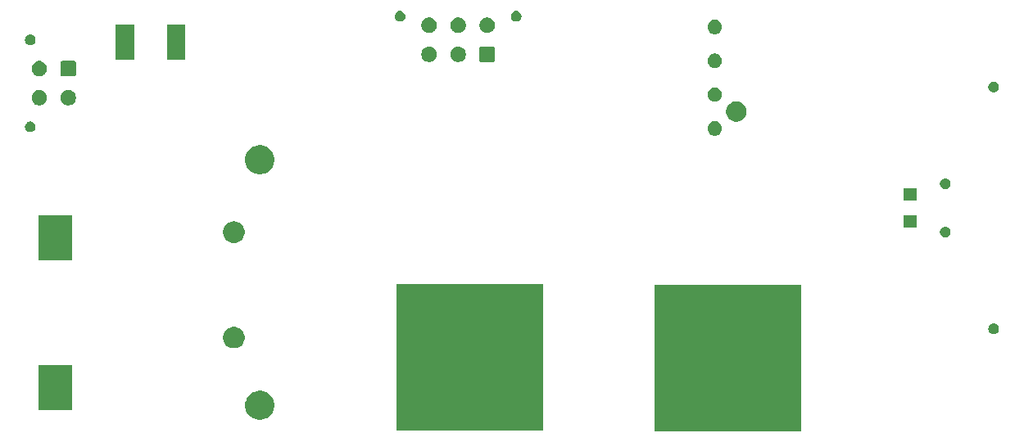
<source format=gts>
G04 #@! TF.GenerationSoftware,KiCad,Pcbnew,(5.1.4-0-10_14)*
G04 #@! TF.CreationDate,2020-02-02T19:36:24-05:00*
G04 #@! TF.ProjectId,AIR_MOUNT_PLUS,4149525f-4d4f-4554-9e54-5f504c55532e,rev?*
G04 #@! TF.SameCoordinates,Original*
G04 #@! TF.FileFunction,Soldermask,Top*
G04 #@! TF.FilePolarity,Negative*
%FSLAX46Y46*%
G04 Gerber Fmt 4.6, Leading zero omitted, Abs format (unit mm)*
G04 Created by KiCad (PCBNEW (5.1.4-0-10_14)) date 2020-02-02 19:36:24*
%MOMM*%
%LPD*%
G04 APERTURE LIST*
%ADD10C,0.100000*%
G04 APERTURE END LIST*
D10*
G36*
X119552300Y-121139800D02*
G01*
X104450300Y-121139800D01*
X104450300Y-106037800D01*
X119552300Y-106037800D01*
X119552300Y-121139800D01*
X119552300Y-121139800D01*
G37*
G36*
X92869600Y-121063600D02*
G01*
X77767600Y-121063600D01*
X77767600Y-105961600D01*
X92869600Y-105961600D01*
X92869600Y-121063600D01*
X92869600Y-121063600D01*
G37*
G36*
X63910131Y-117006141D02*
G01*
X64055126Y-117034982D01*
X64168274Y-117081850D01*
X64328289Y-117148130D01*
X64328290Y-117148131D01*
X64574132Y-117312397D01*
X64783203Y-117521468D01*
X64783204Y-117521470D01*
X64947470Y-117767311D01*
X65013750Y-117927326D01*
X65060618Y-118040474D01*
X65118300Y-118330464D01*
X65118300Y-118626136D01*
X65060618Y-118916126D01*
X65027440Y-118996224D01*
X64947470Y-119189289D01*
X64881350Y-119288245D01*
X64783203Y-119435132D01*
X64574132Y-119644203D01*
X64526562Y-119675988D01*
X64328289Y-119808470D01*
X64227886Y-119850058D01*
X64055126Y-119921618D01*
X63910131Y-119950459D01*
X63765137Y-119979300D01*
X63469463Y-119979300D01*
X63324469Y-119950459D01*
X63179474Y-119921618D01*
X63006714Y-119850058D01*
X62906311Y-119808470D01*
X62708038Y-119675988D01*
X62660468Y-119644203D01*
X62451397Y-119435132D01*
X62353250Y-119288245D01*
X62287130Y-119189289D01*
X62207160Y-118996224D01*
X62173982Y-118916126D01*
X62116300Y-118626136D01*
X62116300Y-118330464D01*
X62173982Y-118040474D01*
X62220850Y-117927326D01*
X62287130Y-117767311D01*
X62451396Y-117521470D01*
X62451397Y-117521468D01*
X62660468Y-117312397D01*
X62906310Y-117148131D01*
X62906311Y-117148130D01*
X63066326Y-117081850D01*
X63179474Y-117034982D01*
X63324469Y-117006141D01*
X63469463Y-116977300D01*
X63765137Y-116977300D01*
X63910131Y-117006141D01*
X63910131Y-117006141D01*
G37*
G36*
X44219800Y-118943800D02*
G01*
X40717800Y-118943800D01*
X40717800Y-114341800D01*
X44219800Y-114341800D01*
X44219800Y-118943800D01*
X44219800Y-118943800D01*
G37*
G36*
X61128272Y-110374532D02*
G01*
X61271367Y-110402995D01*
X61473556Y-110486744D01*
X61655521Y-110608330D01*
X61810270Y-110763079D01*
X61931856Y-110945044D01*
X62015605Y-111147233D01*
X62058300Y-111361876D01*
X62058300Y-111580724D01*
X62015605Y-111795367D01*
X61931856Y-111997556D01*
X61810270Y-112179521D01*
X61655521Y-112334270D01*
X61473556Y-112455856D01*
X61271367Y-112539605D01*
X61128272Y-112568068D01*
X61056725Y-112582300D01*
X60837875Y-112582300D01*
X60766328Y-112568068D01*
X60623233Y-112539605D01*
X60421044Y-112455856D01*
X60239079Y-112334270D01*
X60084330Y-112179521D01*
X59962744Y-111997556D01*
X59878995Y-111795367D01*
X59836300Y-111580724D01*
X59836300Y-111361876D01*
X59878995Y-111147233D01*
X59962744Y-110945044D01*
X60084330Y-110763079D01*
X60239079Y-110608330D01*
X60421044Y-110486744D01*
X60623233Y-110402995D01*
X60766328Y-110374532D01*
X60837875Y-110360300D01*
X61056725Y-110360300D01*
X61128272Y-110374532D01*
X61128272Y-110374532D01*
G37*
G36*
X139619421Y-110023674D02*
G01*
X139719695Y-110065209D01*
X139719696Y-110065210D01*
X139809942Y-110125510D01*
X139886690Y-110202258D01*
X139886691Y-110202260D01*
X139946991Y-110292505D01*
X139988526Y-110392779D01*
X140009700Y-110499230D01*
X140009700Y-110607770D01*
X139988526Y-110714221D01*
X139946991Y-110814495D01*
X139946990Y-110814496D01*
X139886690Y-110904742D01*
X139809942Y-110981490D01*
X139764512Y-111011845D01*
X139719695Y-111041791D01*
X139619421Y-111083326D01*
X139512970Y-111104500D01*
X139404430Y-111104500D01*
X139297979Y-111083326D01*
X139197705Y-111041791D01*
X139152888Y-111011845D01*
X139107458Y-110981490D01*
X139030710Y-110904742D01*
X138970410Y-110814496D01*
X138970409Y-110814495D01*
X138928874Y-110714221D01*
X138907700Y-110607770D01*
X138907700Y-110499230D01*
X138928874Y-110392779D01*
X138970409Y-110292505D01*
X139030709Y-110202260D01*
X139030710Y-110202258D01*
X139107458Y-110125510D01*
X139197704Y-110065210D01*
X139197705Y-110065209D01*
X139297979Y-110023674D01*
X139404430Y-110002500D01*
X139512970Y-110002500D01*
X139619421Y-110023674D01*
X139619421Y-110023674D01*
G37*
G36*
X44219800Y-103443800D02*
G01*
X40717800Y-103443800D01*
X40717800Y-98841800D01*
X44219800Y-98841800D01*
X44219800Y-103443800D01*
X44219800Y-103443800D01*
G37*
G36*
X61128272Y-99474532D02*
G01*
X61271367Y-99502995D01*
X61473556Y-99586744D01*
X61655521Y-99708330D01*
X61810270Y-99863079D01*
X61931856Y-100045044D01*
X62015605Y-100247233D01*
X62058300Y-100461876D01*
X62058300Y-100680724D01*
X62015605Y-100895367D01*
X61931856Y-101097556D01*
X61810270Y-101279521D01*
X61655521Y-101434270D01*
X61473556Y-101555856D01*
X61271367Y-101639605D01*
X61128272Y-101668068D01*
X61056725Y-101682300D01*
X60837875Y-101682300D01*
X60766328Y-101668068D01*
X60623233Y-101639605D01*
X60421044Y-101555856D01*
X60239079Y-101434270D01*
X60084330Y-101279521D01*
X59962744Y-101097556D01*
X59878995Y-100895367D01*
X59836300Y-100680724D01*
X59836300Y-100461876D01*
X59878995Y-100247233D01*
X59962744Y-100045044D01*
X60084330Y-99863079D01*
X60239079Y-99708330D01*
X60421044Y-99586744D01*
X60623233Y-99502995D01*
X60766328Y-99474532D01*
X60837875Y-99460300D01*
X61056725Y-99460300D01*
X61128272Y-99474532D01*
X61128272Y-99474532D01*
G37*
G36*
X134619421Y-100023674D02*
G01*
X134719695Y-100065209D01*
X134719696Y-100065210D01*
X134809942Y-100125510D01*
X134886690Y-100202258D01*
X134886691Y-100202260D01*
X134946991Y-100292505D01*
X134988526Y-100392779D01*
X135009700Y-100499230D01*
X135009700Y-100607770D01*
X134988526Y-100714221D01*
X134946991Y-100814495D01*
X134946990Y-100814496D01*
X134886690Y-100904742D01*
X134809942Y-100981490D01*
X134764512Y-101011845D01*
X134719695Y-101041791D01*
X134619421Y-101083326D01*
X134512970Y-101104500D01*
X134404430Y-101104500D01*
X134297979Y-101083326D01*
X134197705Y-101041791D01*
X134152888Y-101011845D01*
X134107458Y-100981490D01*
X134030710Y-100904742D01*
X133970410Y-100814496D01*
X133970409Y-100814495D01*
X133928874Y-100714221D01*
X133907700Y-100607770D01*
X133907700Y-100499230D01*
X133928874Y-100392779D01*
X133970409Y-100292505D01*
X134030709Y-100202260D01*
X134030710Y-100202258D01*
X134107458Y-100125510D01*
X134197704Y-100065210D01*
X134197705Y-100065209D01*
X134297979Y-100023674D01*
X134404430Y-100002500D01*
X134512970Y-100002500D01*
X134619421Y-100023674D01*
X134619421Y-100023674D01*
G37*
G36*
X131486400Y-100095000D02*
G01*
X130184400Y-100095000D01*
X130184400Y-98793000D01*
X131486400Y-98793000D01*
X131486400Y-100095000D01*
X131486400Y-100095000D01*
G37*
G36*
X131486400Y-97295000D02*
G01*
X130184400Y-97295000D01*
X130184400Y-95993000D01*
X131486400Y-95993000D01*
X131486400Y-97295000D01*
X131486400Y-97295000D01*
G37*
G36*
X134619421Y-95023674D02*
G01*
X134719695Y-95065209D01*
X134719696Y-95065210D01*
X134809942Y-95125510D01*
X134886690Y-95202258D01*
X134886691Y-95202260D01*
X134946991Y-95292505D01*
X134988526Y-95392779D01*
X135009700Y-95499230D01*
X135009700Y-95607770D01*
X134988526Y-95714221D01*
X134946991Y-95814495D01*
X134946990Y-95814496D01*
X134886690Y-95904742D01*
X134809942Y-95981490D01*
X134792716Y-95993000D01*
X134719695Y-96041791D01*
X134619421Y-96083326D01*
X134512970Y-96104500D01*
X134404430Y-96104500D01*
X134297979Y-96083326D01*
X134197705Y-96041791D01*
X134124684Y-95993000D01*
X134107458Y-95981490D01*
X134030710Y-95904742D01*
X133970410Y-95814496D01*
X133970409Y-95814495D01*
X133928874Y-95714221D01*
X133907700Y-95607770D01*
X133907700Y-95499230D01*
X133928874Y-95392779D01*
X133970409Y-95292505D01*
X134030709Y-95202260D01*
X134030710Y-95202258D01*
X134107458Y-95125510D01*
X134197704Y-95065210D01*
X134197705Y-95065209D01*
X134297979Y-95023674D01*
X134404430Y-95002500D01*
X134512970Y-95002500D01*
X134619421Y-95023674D01*
X134619421Y-95023674D01*
G37*
G36*
X63910131Y-91606141D02*
G01*
X64055126Y-91634982D01*
X64168274Y-91681850D01*
X64328289Y-91748130D01*
X64328290Y-91748131D01*
X64574132Y-91912397D01*
X64783203Y-92121468D01*
X64783204Y-92121470D01*
X64947470Y-92367311D01*
X65060618Y-92640475D01*
X65118300Y-92930463D01*
X65118300Y-93226137D01*
X65060618Y-93516125D01*
X64947470Y-93789289D01*
X64947469Y-93789290D01*
X64783203Y-94035132D01*
X64574132Y-94244203D01*
X64450376Y-94326894D01*
X64328289Y-94408470D01*
X64168274Y-94474750D01*
X64055126Y-94521618D01*
X63910131Y-94550459D01*
X63765137Y-94579300D01*
X63469463Y-94579300D01*
X63324469Y-94550459D01*
X63179474Y-94521618D01*
X63066326Y-94474750D01*
X62906311Y-94408470D01*
X62784224Y-94326894D01*
X62660468Y-94244203D01*
X62451397Y-94035132D01*
X62287131Y-93789290D01*
X62287130Y-93789289D01*
X62173982Y-93516125D01*
X62116300Y-93226137D01*
X62116300Y-92930463D01*
X62173982Y-92640475D01*
X62287130Y-92367311D01*
X62451396Y-92121470D01*
X62451397Y-92121468D01*
X62660468Y-91912397D01*
X62906310Y-91748131D01*
X62906311Y-91748130D01*
X63066326Y-91681850D01*
X63179474Y-91634982D01*
X63324469Y-91606141D01*
X63469463Y-91577300D01*
X63765137Y-91577300D01*
X63910131Y-91606141D01*
X63910131Y-91606141D01*
G37*
G36*
X110724125Y-89099299D02*
G01*
X110848321Y-89124002D01*
X110984722Y-89180501D01*
X111107479Y-89262525D01*
X111211875Y-89366921D01*
X111293899Y-89489678D01*
X111350398Y-89626079D01*
X111379200Y-89770881D01*
X111379200Y-89918519D01*
X111350398Y-90063321D01*
X111293899Y-90199722D01*
X111211875Y-90322479D01*
X111107479Y-90426875D01*
X110984722Y-90508899D01*
X110848321Y-90565398D01*
X110724125Y-90590101D01*
X110703520Y-90594200D01*
X110555880Y-90594200D01*
X110535275Y-90590101D01*
X110411079Y-90565398D01*
X110274678Y-90508899D01*
X110151921Y-90426875D01*
X110047525Y-90322479D01*
X109965501Y-90199722D01*
X109909002Y-90063321D01*
X109880200Y-89918519D01*
X109880200Y-89770881D01*
X109909002Y-89626079D01*
X109965501Y-89489678D01*
X110047525Y-89366921D01*
X110151921Y-89262525D01*
X110274678Y-89180501D01*
X110411079Y-89124002D01*
X110535275Y-89099299D01*
X110555880Y-89095200D01*
X110703520Y-89095200D01*
X110724125Y-89099299D01*
X110724125Y-89099299D01*
G37*
G36*
X40048421Y-89137774D02*
G01*
X40148695Y-89179309D01*
X40193512Y-89209255D01*
X40238942Y-89239610D01*
X40315690Y-89316358D01*
X40315691Y-89316360D01*
X40375991Y-89406605D01*
X40417526Y-89506879D01*
X40438700Y-89613330D01*
X40438700Y-89721870D01*
X40417526Y-89828321D01*
X40375991Y-89928595D01*
X40375990Y-89928596D01*
X40315690Y-90018842D01*
X40238942Y-90095590D01*
X40193512Y-90125945D01*
X40148695Y-90155891D01*
X40048421Y-90197426D01*
X39941970Y-90218600D01*
X39833430Y-90218600D01*
X39726979Y-90197426D01*
X39626705Y-90155891D01*
X39581888Y-90125945D01*
X39536458Y-90095590D01*
X39459710Y-90018842D01*
X39399410Y-89928596D01*
X39399409Y-89928595D01*
X39357874Y-89828321D01*
X39336700Y-89721870D01*
X39336700Y-89613330D01*
X39357874Y-89506879D01*
X39399409Y-89406605D01*
X39459709Y-89316360D01*
X39459710Y-89316358D01*
X39536458Y-89239610D01*
X39581888Y-89209255D01*
X39626705Y-89179309D01*
X39726979Y-89137774D01*
X39833430Y-89116600D01*
X39941970Y-89116600D01*
X40048421Y-89137774D01*
X40048421Y-89137774D01*
G37*
G36*
X113163493Y-87093224D02*
G01*
X113353033Y-87171734D01*
X113353035Y-87171735D01*
X113523617Y-87285714D01*
X113668686Y-87430783D01*
X113782666Y-87601367D01*
X113861176Y-87790907D01*
X113901200Y-87992120D01*
X113901200Y-88197280D01*
X113861176Y-88398493D01*
X113782666Y-88588033D01*
X113782665Y-88588035D01*
X113668686Y-88758617D01*
X113523617Y-88903686D01*
X113353035Y-89017665D01*
X113353034Y-89017666D01*
X113353033Y-89017666D01*
X113163493Y-89096176D01*
X112962280Y-89136200D01*
X112757120Y-89136200D01*
X112555907Y-89096176D01*
X112366367Y-89017666D01*
X112366366Y-89017666D01*
X112366365Y-89017665D01*
X112195783Y-88903686D01*
X112050714Y-88758617D01*
X111936735Y-88588035D01*
X111936734Y-88588033D01*
X111858224Y-88398493D01*
X111818200Y-88197280D01*
X111818200Y-87992120D01*
X111858224Y-87790907D01*
X111936734Y-87601367D01*
X112050714Y-87430783D01*
X112195783Y-87285714D01*
X112366365Y-87171735D01*
X112366367Y-87171734D01*
X112555907Y-87093224D01*
X112757120Y-87053200D01*
X112962280Y-87053200D01*
X113163493Y-87093224D01*
X113163493Y-87093224D01*
G37*
G36*
X41061342Y-85897381D02*
G01*
X41207114Y-85957762D01*
X41207116Y-85957763D01*
X41338308Y-86045422D01*
X41449878Y-86156992D01*
X41537537Y-86288184D01*
X41537538Y-86288186D01*
X41597919Y-86433958D01*
X41628700Y-86588707D01*
X41628700Y-86746493D01*
X41597919Y-86901242D01*
X41587301Y-86926875D01*
X41537537Y-87047016D01*
X41449878Y-87178208D01*
X41338308Y-87289778D01*
X41207116Y-87377437D01*
X41207115Y-87377438D01*
X41207114Y-87377438D01*
X41061342Y-87437819D01*
X40906593Y-87468600D01*
X40748807Y-87468600D01*
X40594058Y-87437819D01*
X40448286Y-87377438D01*
X40448285Y-87377438D01*
X40448284Y-87377437D01*
X40317092Y-87289778D01*
X40205522Y-87178208D01*
X40117863Y-87047016D01*
X40068099Y-86926875D01*
X40057481Y-86901242D01*
X40026700Y-86746493D01*
X40026700Y-86588707D01*
X40057481Y-86433958D01*
X40117862Y-86288186D01*
X40117863Y-86288184D01*
X40205522Y-86156992D01*
X40317092Y-86045422D01*
X40448284Y-85957763D01*
X40448286Y-85957762D01*
X40594058Y-85897381D01*
X40748807Y-85866600D01*
X40906593Y-85866600D01*
X41061342Y-85897381D01*
X41061342Y-85897381D01*
G37*
G36*
X44061342Y-85897381D02*
G01*
X44207114Y-85957762D01*
X44207116Y-85957763D01*
X44338308Y-86045422D01*
X44449878Y-86156992D01*
X44537537Y-86288184D01*
X44537538Y-86288186D01*
X44597919Y-86433958D01*
X44628700Y-86588707D01*
X44628700Y-86746493D01*
X44597919Y-86901242D01*
X44587301Y-86926875D01*
X44537537Y-87047016D01*
X44449878Y-87178208D01*
X44338308Y-87289778D01*
X44207116Y-87377437D01*
X44207115Y-87377438D01*
X44207114Y-87377438D01*
X44061342Y-87437819D01*
X43906593Y-87468600D01*
X43748807Y-87468600D01*
X43594058Y-87437819D01*
X43448286Y-87377438D01*
X43448285Y-87377438D01*
X43448284Y-87377437D01*
X43317092Y-87289778D01*
X43205522Y-87178208D01*
X43117863Y-87047016D01*
X43068099Y-86926875D01*
X43057481Y-86901242D01*
X43026700Y-86746493D01*
X43026700Y-86588707D01*
X43057481Y-86433958D01*
X43117862Y-86288186D01*
X43117863Y-86288184D01*
X43205522Y-86156992D01*
X43317092Y-86045422D01*
X43448284Y-85957763D01*
X43448286Y-85957762D01*
X43594058Y-85897381D01*
X43748807Y-85866600D01*
X43906593Y-85866600D01*
X44061342Y-85897381D01*
X44061342Y-85897381D01*
G37*
G36*
X110724125Y-85599299D02*
G01*
X110848321Y-85624002D01*
X110984722Y-85680501D01*
X111107479Y-85762525D01*
X111211875Y-85866921D01*
X111293899Y-85989678D01*
X111350398Y-86126079D01*
X111379200Y-86270881D01*
X111379200Y-86418519D01*
X111350398Y-86563321D01*
X111293899Y-86699722D01*
X111211875Y-86822479D01*
X111107479Y-86926875D01*
X110984722Y-87008899D01*
X110848321Y-87065398D01*
X110724125Y-87090101D01*
X110703520Y-87094200D01*
X110555880Y-87094200D01*
X110535275Y-87090101D01*
X110411079Y-87065398D01*
X110274678Y-87008899D01*
X110151921Y-86926875D01*
X110047525Y-86822479D01*
X109965501Y-86699722D01*
X109909002Y-86563321D01*
X109880200Y-86418519D01*
X109880200Y-86270881D01*
X109909002Y-86126079D01*
X109965501Y-85989678D01*
X110047525Y-85866921D01*
X110151921Y-85762525D01*
X110274678Y-85680501D01*
X110411079Y-85624002D01*
X110535275Y-85599299D01*
X110555880Y-85595200D01*
X110703520Y-85595200D01*
X110724125Y-85599299D01*
X110724125Y-85599299D01*
G37*
G36*
X139619421Y-85023674D02*
G01*
X139719695Y-85065209D01*
X139719696Y-85065210D01*
X139809942Y-85125510D01*
X139886690Y-85202258D01*
X139886691Y-85202260D01*
X139946991Y-85292505D01*
X139988526Y-85392779D01*
X140009700Y-85499230D01*
X140009700Y-85607770D01*
X139988526Y-85714221D01*
X139946991Y-85814495D01*
X139946990Y-85814496D01*
X139886690Y-85904742D01*
X139809942Y-85981490D01*
X139797683Y-85989681D01*
X139719695Y-86041791D01*
X139619421Y-86083326D01*
X139512970Y-86104500D01*
X139404430Y-86104500D01*
X139297979Y-86083326D01*
X139197705Y-86041791D01*
X139119717Y-85989681D01*
X139107458Y-85981490D01*
X139030710Y-85904742D01*
X138970410Y-85814496D01*
X138970409Y-85814495D01*
X138928874Y-85714221D01*
X138907700Y-85607770D01*
X138907700Y-85499230D01*
X138928874Y-85392779D01*
X138970409Y-85292505D01*
X139030709Y-85202260D01*
X139030710Y-85202258D01*
X139107458Y-85125510D01*
X139197704Y-85065210D01*
X139197705Y-85065209D01*
X139297979Y-85023674D01*
X139404430Y-85002500D01*
X139512970Y-85002500D01*
X139619421Y-85023674D01*
X139619421Y-85023674D01*
G37*
G36*
X41061342Y-82897381D02*
G01*
X41207114Y-82957762D01*
X41207116Y-82957763D01*
X41338308Y-83045422D01*
X41449878Y-83156992D01*
X41537537Y-83288184D01*
X41537538Y-83288186D01*
X41597919Y-83433958D01*
X41628700Y-83588707D01*
X41628700Y-83746493D01*
X41597919Y-83901242D01*
X41537538Y-84047014D01*
X41537537Y-84047016D01*
X41449878Y-84178208D01*
X41338308Y-84289778D01*
X41207116Y-84377437D01*
X41207115Y-84377438D01*
X41207114Y-84377438D01*
X41061342Y-84437819D01*
X40906593Y-84468600D01*
X40748807Y-84468600D01*
X40594058Y-84437819D01*
X40448286Y-84377438D01*
X40448285Y-84377438D01*
X40448284Y-84377437D01*
X40317092Y-84289778D01*
X40205522Y-84178208D01*
X40117863Y-84047016D01*
X40117862Y-84047014D01*
X40057481Y-83901242D01*
X40026700Y-83746493D01*
X40026700Y-83588707D01*
X40057481Y-83433958D01*
X40117862Y-83288186D01*
X40117863Y-83288184D01*
X40205522Y-83156992D01*
X40317092Y-83045422D01*
X40448284Y-82957763D01*
X40448286Y-82957762D01*
X40594058Y-82897381D01*
X40748807Y-82866600D01*
X40906593Y-82866600D01*
X41061342Y-82897381D01*
X41061342Y-82897381D01*
G37*
G36*
X44480748Y-82870722D02*
G01*
X44515087Y-82881139D01*
X44546736Y-82898056D01*
X44574478Y-82920822D01*
X44597244Y-82948564D01*
X44614161Y-82980213D01*
X44624578Y-83014552D01*
X44628700Y-83056407D01*
X44628700Y-84278793D01*
X44624578Y-84320648D01*
X44614161Y-84354987D01*
X44597244Y-84386636D01*
X44574478Y-84414378D01*
X44546736Y-84437144D01*
X44515087Y-84454061D01*
X44480748Y-84464478D01*
X44438893Y-84468600D01*
X43216507Y-84468600D01*
X43174652Y-84464478D01*
X43140313Y-84454061D01*
X43108664Y-84437144D01*
X43080922Y-84414378D01*
X43058156Y-84386636D01*
X43041239Y-84354987D01*
X43030822Y-84320648D01*
X43026700Y-84278793D01*
X43026700Y-83056407D01*
X43030822Y-83014552D01*
X43041239Y-82980213D01*
X43058156Y-82948564D01*
X43080922Y-82920822D01*
X43108664Y-82898056D01*
X43140313Y-82881139D01*
X43174652Y-82870722D01*
X43216507Y-82866600D01*
X44438893Y-82866600D01*
X44480748Y-82870722D01*
X44480748Y-82870722D01*
G37*
G36*
X110724125Y-82099299D02*
G01*
X110848321Y-82124002D01*
X110984722Y-82180501D01*
X111107479Y-82262525D01*
X111211875Y-82366921D01*
X111293899Y-82489678D01*
X111350398Y-82626079D01*
X111379200Y-82770881D01*
X111379200Y-82918519D01*
X111350398Y-83063321D01*
X111293899Y-83199722D01*
X111211875Y-83322479D01*
X111107479Y-83426875D01*
X110984722Y-83508899D01*
X110848321Y-83565398D01*
X110731135Y-83588707D01*
X110703520Y-83594200D01*
X110555880Y-83594200D01*
X110528265Y-83588707D01*
X110411079Y-83565398D01*
X110274678Y-83508899D01*
X110151921Y-83426875D01*
X110047525Y-83322479D01*
X109965501Y-83199722D01*
X109909002Y-83063321D01*
X109880200Y-82918519D01*
X109880200Y-82770881D01*
X109909002Y-82626079D01*
X109965501Y-82489678D01*
X110047525Y-82366921D01*
X110151921Y-82262525D01*
X110274678Y-82180501D01*
X110411079Y-82124002D01*
X110535275Y-82099299D01*
X110555880Y-82095200D01*
X110703520Y-82095200D01*
X110724125Y-82099299D01*
X110724125Y-82099299D01*
G37*
G36*
X81345742Y-81401581D02*
G01*
X81469308Y-81452764D01*
X81491516Y-81461963D01*
X81622708Y-81549622D01*
X81734278Y-81661192D01*
X81821937Y-81792384D01*
X81821938Y-81792386D01*
X81882319Y-81938158D01*
X81913100Y-82092907D01*
X81913100Y-82250693D01*
X81882319Y-82405442D01*
X81847427Y-82489678D01*
X81821937Y-82551216D01*
X81734278Y-82682408D01*
X81622708Y-82793978D01*
X81491516Y-82881637D01*
X81491515Y-82881638D01*
X81491514Y-82881638D01*
X81345742Y-82942019D01*
X81190993Y-82972800D01*
X81033207Y-82972800D01*
X80878458Y-82942019D01*
X80732686Y-82881638D01*
X80732685Y-82881638D01*
X80732684Y-82881637D01*
X80601492Y-82793978D01*
X80489922Y-82682408D01*
X80402263Y-82551216D01*
X80376773Y-82489678D01*
X80341881Y-82405442D01*
X80311100Y-82250693D01*
X80311100Y-82092907D01*
X80341881Y-81938158D01*
X80402262Y-81792386D01*
X80402263Y-81792384D01*
X80489922Y-81661192D01*
X80601492Y-81549622D01*
X80732684Y-81461963D01*
X80754892Y-81452764D01*
X80878458Y-81401581D01*
X81033207Y-81370800D01*
X81190993Y-81370800D01*
X81345742Y-81401581D01*
X81345742Y-81401581D01*
G37*
G36*
X84345742Y-81401581D02*
G01*
X84469308Y-81452764D01*
X84491516Y-81461963D01*
X84622708Y-81549622D01*
X84734278Y-81661192D01*
X84821937Y-81792384D01*
X84821938Y-81792386D01*
X84882319Y-81938158D01*
X84913100Y-82092907D01*
X84913100Y-82250693D01*
X84882319Y-82405442D01*
X84847427Y-82489678D01*
X84821937Y-82551216D01*
X84734278Y-82682408D01*
X84622708Y-82793978D01*
X84491516Y-82881637D01*
X84491515Y-82881638D01*
X84491514Y-82881638D01*
X84345742Y-82942019D01*
X84190993Y-82972800D01*
X84033207Y-82972800D01*
X83878458Y-82942019D01*
X83732686Y-82881638D01*
X83732685Y-82881638D01*
X83732684Y-82881637D01*
X83601492Y-82793978D01*
X83489922Y-82682408D01*
X83402263Y-82551216D01*
X83376773Y-82489678D01*
X83341881Y-82405442D01*
X83311100Y-82250693D01*
X83311100Y-82092907D01*
X83341881Y-81938158D01*
X83402262Y-81792386D01*
X83402263Y-81792384D01*
X83489922Y-81661192D01*
X83601492Y-81549622D01*
X83732684Y-81461963D01*
X83754892Y-81452764D01*
X83878458Y-81401581D01*
X84033207Y-81370800D01*
X84190993Y-81370800D01*
X84345742Y-81401581D01*
X84345742Y-81401581D01*
G37*
G36*
X87765148Y-81374922D02*
G01*
X87799487Y-81385339D01*
X87831136Y-81402256D01*
X87858878Y-81425022D01*
X87881644Y-81452764D01*
X87898561Y-81484413D01*
X87908978Y-81518752D01*
X87913100Y-81560607D01*
X87913100Y-82782993D01*
X87908978Y-82824848D01*
X87898561Y-82859187D01*
X87881644Y-82890836D01*
X87858878Y-82918578D01*
X87831136Y-82941344D01*
X87799487Y-82958261D01*
X87765148Y-82968678D01*
X87723293Y-82972800D01*
X86500907Y-82972800D01*
X86459052Y-82968678D01*
X86424713Y-82958261D01*
X86393064Y-82941344D01*
X86365322Y-82918578D01*
X86342556Y-82890836D01*
X86325639Y-82859187D01*
X86315222Y-82824848D01*
X86311100Y-82782993D01*
X86311100Y-81560607D01*
X86315222Y-81518752D01*
X86325639Y-81484413D01*
X86342556Y-81452764D01*
X86365322Y-81425022D01*
X86393064Y-81402256D01*
X86424713Y-81385339D01*
X86459052Y-81374922D01*
X86500907Y-81370800D01*
X87723293Y-81370800D01*
X87765148Y-81374922D01*
X87765148Y-81374922D01*
G37*
G36*
X55893900Y-82700000D02*
G01*
X54011900Y-82700000D01*
X54011900Y-79098000D01*
X55893900Y-79098000D01*
X55893900Y-82700000D01*
X55893900Y-82700000D01*
G37*
G36*
X50613900Y-82700000D02*
G01*
X48731900Y-82700000D01*
X48731900Y-79098000D01*
X50613900Y-79098000D01*
X50613900Y-82700000D01*
X50613900Y-82700000D01*
G37*
G36*
X40048421Y-80137774D02*
G01*
X40148695Y-80179309D01*
X40148696Y-80179310D01*
X40238942Y-80239610D01*
X40315690Y-80316358D01*
X40315691Y-80316360D01*
X40375991Y-80406605D01*
X40417526Y-80506879D01*
X40438700Y-80613330D01*
X40438700Y-80721870D01*
X40417526Y-80828321D01*
X40375991Y-80928595D01*
X40375990Y-80928596D01*
X40315690Y-81018842D01*
X40238942Y-81095590D01*
X40193512Y-81125945D01*
X40148695Y-81155891D01*
X40048421Y-81197426D01*
X39941970Y-81218600D01*
X39833430Y-81218600D01*
X39726979Y-81197426D01*
X39626705Y-81155891D01*
X39581888Y-81125945D01*
X39536458Y-81095590D01*
X39459710Y-81018842D01*
X39399410Y-80928596D01*
X39399409Y-80928595D01*
X39357874Y-80828321D01*
X39336700Y-80721870D01*
X39336700Y-80613330D01*
X39357874Y-80506879D01*
X39399409Y-80406605D01*
X39459709Y-80316360D01*
X39459710Y-80316358D01*
X39536458Y-80239610D01*
X39626704Y-80179310D01*
X39626705Y-80179309D01*
X39726979Y-80137774D01*
X39833430Y-80116600D01*
X39941970Y-80116600D01*
X40048421Y-80137774D01*
X40048421Y-80137774D01*
G37*
G36*
X110724125Y-78599299D02*
G01*
X110848321Y-78624002D01*
X110984722Y-78680501D01*
X111107479Y-78762525D01*
X111211875Y-78866921D01*
X111293899Y-78989678D01*
X111350398Y-79126079D01*
X111379200Y-79270881D01*
X111379200Y-79418519D01*
X111350398Y-79563321D01*
X111293899Y-79699722D01*
X111211875Y-79822479D01*
X111107479Y-79926875D01*
X110984722Y-80008899D01*
X110848321Y-80065398D01*
X110724125Y-80090101D01*
X110703520Y-80094200D01*
X110555880Y-80094200D01*
X110535275Y-80090101D01*
X110411079Y-80065398D01*
X110274678Y-80008899D01*
X110151921Y-79926875D01*
X110047525Y-79822479D01*
X109965501Y-79699722D01*
X109909002Y-79563321D01*
X109880200Y-79418519D01*
X109880200Y-79270881D01*
X109909002Y-79126079D01*
X109965501Y-78989678D01*
X110047525Y-78866921D01*
X110151921Y-78762525D01*
X110274678Y-78680501D01*
X110411079Y-78624002D01*
X110535275Y-78599299D01*
X110555880Y-78595200D01*
X110703520Y-78595200D01*
X110724125Y-78599299D01*
X110724125Y-78599299D01*
G37*
G36*
X87345742Y-78401581D02*
G01*
X87491514Y-78461962D01*
X87491516Y-78461963D01*
X87622708Y-78549622D01*
X87734278Y-78661192D01*
X87801385Y-78761626D01*
X87821938Y-78792386D01*
X87882319Y-78938158D01*
X87913100Y-79092907D01*
X87913100Y-79250693D01*
X87882319Y-79405442D01*
X87821938Y-79551214D01*
X87821937Y-79551216D01*
X87734278Y-79682408D01*
X87622708Y-79793978D01*
X87491516Y-79881637D01*
X87491515Y-79881638D01*
X87491514Y-79881638D01*
X87345742Y-79942019D01*
X87190993Y-79972800D01*
X87033207Y-79972800D01*
X86878458Y-79942019D01*
X86732686Y-79881638D01*
X86732685Y-79881638D01*
X86732684Y-79881637D01*
X86601492Y-79793978D01*
X86489922Y-79682408D01*
X86402263Y-79551216D01*
X86402262Y-79551214D01*
X86341881Y-79405442D01*
X86311100Y-79250693D01*
X86311100Y-79092907D01*
X86341881Y-78938158D01*
X86402262Y-78792386D01*
X86422815Y-78761626D01*
X86489922Y-78661192D01*
X86601492Y-78549622D01*
X86732684Y-78461963D01*
X86732686Y-78461962D01*
X86878458Y-78401581D01*
X87033207Y-78370800D01*
X87190993Y-78370800D01*
X87345742Y-78401581D01*
X87345742Y-78401581D01*
G37*
G36*
X84345742Y-78401581D02*
G01*
X84491514Y-78461962D01*
X84491516Y-78461963D01*
X84622708Y-78549622D01*
X84734278Y-78661192D01*
X84801385Y-78761626D01*
X84821938Y-78792386D01*
X84882319Y-78938158D01*
X84913100Y-79092907D01*
X84913100Y-79250693D01*
X84882319Y-79405442D01*
X84821938Y-79551214D01*
X84821937Y-79551216D01*
X84734278Y-79682408D01*
X84622708Y-79793978D01*
X84491516Y-79881637D01*
X84491515Y-79881638D01*
X84491514Y-79881638D01*
X84345742Y-79942019D01*
X84190993Y-79972800D01*
X84033207Y-79972800D01*
X83878458Y-79942019D01*
X83732686Y-79881638D01*
X83732685Y-79881638D01*
X83732684Y-79881637D01*
X83601492Y-79793978D01*
X83489922Y-79682408D01*
X83402263Y-79551216D01*
X83402262Y-79551214D01*
X83341881Y-79405442D01*
X83311100Y-79250693D01*
X83311100Y-79092907D01*
X83341881Y-78938158D01*
X83402262Y-78792386D01*
X83422815Y-78761626D01*
X83489922Y-78661192D01*
X83601492Y-78549622D01*
X83732684Y-78461963D01*
X83732686Y-78461962D01*
X83878458Y-78401581D01*
X84033207Y-78370800D01*
X84190993Y-78370800D01*
X84345742Y-78401581D01*
X84345742Y-78401581D01*
G37*
G36*
X81345742Y-78401581D02*
G01*
X81491514Y-78461962D01*
X81491516Y-78461963D01*
X81622708Y-78549622D01*
X81734278Y-78661192D01*
X81801385Y-78761626D01*
X81821938Y-78792386D01*
X81882319Y-78938158D01*
X81913100Y-79092907D01*
X81913100Y-79250693D01*
X81882319Y-79405442D01*
X81821938Y-79551214D01*
X81821937Y-79551216D01*
X81734278Y-79682408D01*
X81622708Y-79793978D01*
X81491516Y-79881637D01*
X81491515Y-79881638D01*
X81491514Y-79881638D01*
X81345742Y-79942019D01*
X81190993Y-79972800D01*
X81033207Y-79972800D01*
X80878458Y-79942019D01*
X80732686Y-79881638D01*
X80732685Y-79881638D01*
X80732684Y-79881637D01*
X80601492Y-79793978D01*
X80489922Y-79682408D01*
X80402263Y-79551216D01*
X80402262Y-79551214D01*
X80341881Y-79405442D01*
X80311100Y-79250693D01*
X80311100Y-79092907D01*
X80341881Y-78938158D01*
X80402262Y-78792386D01*
X80422815Y-78761626D01*
X80489922Y-78661192D01*
X80601492Y-78549622D01*
X80732684Y-78461963D01*
X80732686Y-78461962D01*
X80878458Y-78401581D01*
X81033207Y-78370800D01*
X81190993Y-78370800D01*
X81345742Y-78401581D01*
X81345742Y-78401581D01*
G37*
G36*
X90272821Y-77701974D02*
G01*
X90373095Y-77743509D01*
X90373096Y-77743510D01*
X90463342Y-77803810D01*
X90540090Y-77880558D01*
X90540091Y-77880560D01*
X90600391Y-77970805D01*
X90641926Y-78071079D01*
X90663100Y-78177530D01*
X90663100Y-78286070D01*
X90641926Y-78392521D01*
X90600391Y-78492795D01*
X90600390Y-78492796D01*
X90540090Y-78583042D01*
X90463342Y-78659790D01*
X90417912Y-78690145D01*
X90373095Y-78720091D01*
X90272821Y-78761626D01*
X90166370Y-78782800D01*
X90057830Y-78782800D01*
X89951379Y-78761626D01*
X89851105Y-78720091D01*
X89806288Y-78690145D01*
X89760858Y-78659790D01*
X89684110Y-78583042D01*
X89623810Y-78492796D01*
X89623809Y-78492795D01*
X89582274Y-78392521D01*
X89561100Y-78286070D01*
X89561100Y-78177530D01*
X89582274Y-78071079D01*
X89623809Y-77970805D01*
X89684109Y-77880560D01*
X89684110Y-77880558D01*
X89760858Y-77803810D01*
X89851104Y-77743510D01*
X89851105Y-77743509D01*
X89951379Y-77701974D01*
X90057830Y-77680800D01*
X90166370Y-77680800D01*
X90272821Y-77701974D01*
X90272821Y-77701974D01*
G37*
G36*
X78272821Y-77701974D02*
G01*
X78373095Y-77743509D01*
X78373096Y-77743510D01*
X78463342Y-77803810D01*
X78540090Y-77880558D01*
X78540091Y-77880560D01*
X78600391Y-77970805D01*
X78641926Y-78071079D01*
X78663100Y-78177530D01*
X78663100Y-78286070D01*
X78641926Y-78392521D01*
X78600391Y-78492795D01*
X78600390Y-78492796D01*
X78540090Y-78583042D01*
X78463342Y-78659790D01*
X78417912Y-78690145D01*
X78373095Y-78720091D01*
X78272821Y-78761626D01*
X78166370Y-78782800D01*
X78057830Y-78782800D01*
X77951379Y-78761626D01*
X77851105Y-78720091D01*
X77806288Y-78690145D01*
X77760858Y-78659790D01*
X77684110Y-78583042D01*
X77623810Y-78492796D01*
X77623809Y-78492795D01*
X77582274Y-78392521D01*
X77561100Y-78286070D01*
X77561100Y-78177530D01*
X77582274Y-78071079D01*
X77623809Y-77970805D01*
X77684109Y-77880560D01*
X77684110Y-77880558D01*
X77760858Y-77803810D01*
X77851104Y-77743510D01*
X77851105Y-77743509D01*
X77951379Y-77701974D01*
X78057830Y-77680800D01*
X78166370Y-77680800D01*
X78272821Y-77701974D01*
X78272821Y-77701974D01*
G37*
M02*

</source>
